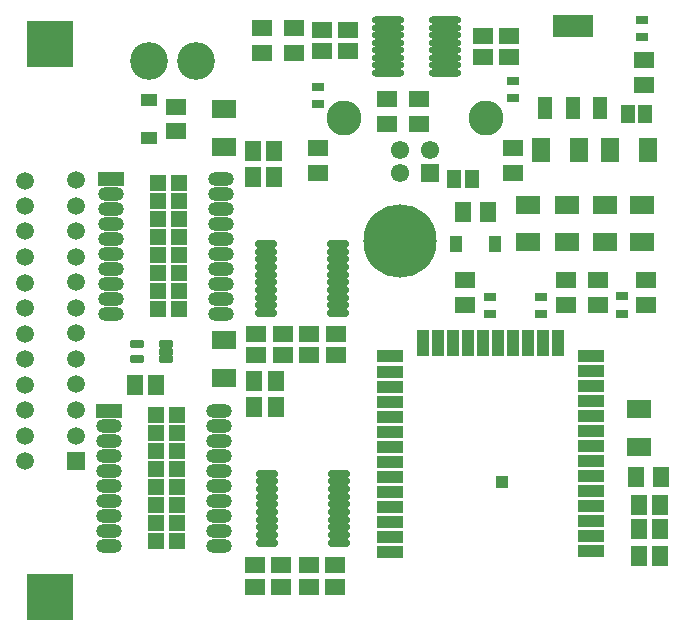
<source format=gts>
G04*
G04 #@! TF.GenerationSoftware,Altium Limited,Altium Designer,18.1.7 (191)*
G04*
G04 Layer_Color=8388736*
%FSLAX25Y25*%
%MOIN*%
G70*
G01*
G75*
%ADD37R,0.06509X0.05328*%
G04:AMPARAMS|DCode=38|XSize=25.72mil|YSize=70.99mil|CornerRadius=5.95mil|HoleSize=0mil|Usage=FLASHONLY|Rotation=270.000|XOffset=0mil|YOffset=0mil|HoleType=Round|Shape=RoundedRectangle|*
%AMROUNDEDRECTD38*
21,1,0.02572,0.05909,0,0,270.0*
21,1,0.01382,0.07099,0,0,270.0*
1,1,0.01190,-0.02955,-0.00691*
1,1,0.01190,-0.02955,0.00691*
1,1,0.01190,0.02955,0.00691*
1,1,0.01190,0.02955,-0.00691*
%
%ADD38ROUNDEDRECTD38*%
%ADD39R,0.03950X0.03162*%
G04:AMPARAMS|DCode=40|XSize=25.72mil|YSize=49.34mil|CornerRadius=5.95mil|HoleSize=0mil|Usage=FLASHONLY|Rotation=270.000|XOffset=0mil|YOffset=0mil|HoleType=Round|Shape=RoundedRectangle|*
%AMROUNDEDRECTD40*
21,1,0.02572,0.03744,0,0,270.0*
21,1,0.01382,0.04934,0,0,270.0*
1,1,0.01190,-0.01872,-0.00691*
1,1,0.01190,-0.01872,0.00691*
1,1,0.01190,0.01872,0.00691*
1,1,0.01190,0.01872,-0.00691*
%
%ADD40ROUNDEDRECTD40*%
%ADD41R,0.05328X0.06509*%
%ADD42R,0.08674X0.04737*%
%ADD43O,0.08674X0.04737*%
%ADD44R,0.05524X0.05524*%
%ADD45R,0.06706X0.05721*%
%ADD46R,0.08674X0.04343*%
%ADD47R,0.04343X0.08674*%
%ADD48R,0.03937X0.03937*%
%ADD49R,0.05603X0.04402*%
%ADD50R,0.08280X0.06115*%
%ADD51O,0.10839X0.02375*%
%ADD52R,0.06115X0.08280*%
%ADD53R,0.04698X0.06272*%
%ADD54R,0.04737X0.07493*%
%ADD55R,0.13595X0.07493*%
%ADD56R,0.04402X0.05603*%
%ADD57R,0.05721X0.06706*%
%ADD58C,0.12611*%
%ADD59R,0.15800X0.15800*%
%ADD60C,0.05918*%
%ADD61R,0.05918X0.05918*%
%ADD62R,0.06115X0.06115*%
%ADD63C,0.06115*%
%ADD64C,0.11627*%
%ADD65C,0.24422*%
D37*
X136762Y-189764D02*
D03*
Y-196850D02*
D03*
X127904Y-189764D02*
D03*
Y-196850D02*
D03*
X118780Y-189764D02*
D03*
Y-196850D02*
D03*
X110187Y-189764D02*
D03*
Y-196850D02*
D03*
X141142Y-11220D02*
D03*
Y-18307D02*
D03*
X132283Y-11220D02*
D03*
Y-18307D02*
D03*
X194882Y-20276D02*
D03*
Y-13189D02*
D03*
X186024Y-20276D02*
D03*
Y-13189D02*
D03*
X128150Y-112598D02*
D03*
Y-119685D02*
D03*
X137008Y-112598D02*
D03*
Y-119685D02*
D03*
X119291Y-112598D02*
D03*
Y-119685D02*
D03*
X110236Y-112598D02*
D03*
Y-119685D02*
D03*
D38*
X113976Y-159154D02*
D03*
Y-161713D02*
D03*
Y-164272D02*
D03*
Y-166831D02*
D03*
Y-169390D02*
D03*
Y-171949D02*
D03*
Y-174508D02*
D03*
Y-177067D02*
D03*
Y-179626D02*
D03*
Y-182185D02*
D03*
X137992Y-159154D02*
D03*
Y-161713D02*
D03*
Y-164272D02*
D03*
Y-166831D02*
D03*
Y-169390D02*
D03*
Y-171949D02*
D03*
Y-174508D02*
D03*
Y-177067D02*
D03*
Y-179626D02*
D03*
Y-182185D02*
D03*
X113583Y-82579D02*
D03*
Y-85138D02*
D03*
Y-87697D02*
D03*
Y-90256D02*
D03*
Y-92815D02*
D03*
Y-95374D02*
D03*
Y-97933D02*
D03*
Y-100492D02*
D03*
Y-103051D02*
D03*
Y-105610D02*
D03*
X137599Y-82579D02*
D03*
Y-85138D02*
D03*
Y-87697D02*
D03*
Y-90256D02*
D03*
Y-92815D02*
D03*
Y-95374D02*
D03*
Y-97933D02*
D03*
Y-100492D02*
D03*
Y-103051D02*
D03*
Y-105610D02*
D03*
D39*
X188543Y-100295D02*
D03*
Y-106004D02*
D03*
X131102Y-30217D02*
D03*
Y-35925D02*
D03*
X196024Y-28346D02*
D03*
Y-34055D02*
D03*
X239173Y-7972D02*
D03*
Y-13681D02*
D03*
X205512Y-100310D02*
D03*
Y-106018D02*
D03*
X232283Y-100110D02*
D03*
Y-105819D02*
D03*
D40*
X80413Y-121063D02*
D03*
Y-118504D02*
D03*
Y-115945D02*
D03*
X70768D02*
D03*
Y-121063D02*
D03*
D41*
X77165Y-129528D02*
D03*
X70079D02*
D03*
X109843Y-137008D02*
D03*
X116929D02*
D03*
X109843Y-128150D02*
D03*
X116929D02*
D03*
X237992Y-177657D02*
D03*
X245079D02*
D03*
X237992Y-169783D02*
D03*
X245079D02*
D03*
X237992Y-186516D02*
D03*
X245079D02*
D03*
X109449Y-51575D02*
D03*
X116535D02*
D03*
X109390Y-60236D02*
D03*
X116476D02*
D03*
D42*
X61417Y-138268D02*
D03*
X62205Y-60827D02*
D03*
D43*
X61417Y-143268D02*
D03*
Y-148268D02*
D03*
Y-153268D02*
D03*
Y-158268D02*
D03*
Y-163268D02*
D03*
Y-168268D02*
D03*
Y-173268D02*
D03*
Y-178268D02*
D03*
Y-183268D02*
D03*
X98032Y-138268D02*
D03*
Y-143268D02*
D03*
Y-148268D02*
D03*
Y-153268D02*
D03*
Y-158268D02*
D03*
Y-163268D02*
D03*
Y-168268D02*
D03*
Y-173268D02*
D03*
Y-178268D02*
D03*
Y-183268D02*
D03*
X98819Y-105827D02*
D03*
Y-100827D02*
D03*
Y-95827D02*
D03*
Y-90827D02*
D03*
Y-85827D02*
D03*
Y-80827D02*
D03*
Y-75827D02*
D03*
Y-70827D02*
D03*
Y-65827D02*
D03*
Y-60827D02*
D03*
X62205Y-105827D02*
D03*
Y-100827D02*
D03*
Y-95827D02*
D03*
Y-90827D02*
D03*
Y-85827D02*
D03*
Y-80827D02*
D03*
Y-75827D02*
D03*
Y-70827D02*
D03*
Y-65827D02*
D03*
D44*
X76917Y-139768D02*
D03*
Y-145768D02*
D03*
Y-151768D02*
D03*
Y-157768D02*
D03*
Y-163768D02*
D03*
Y-169768D02*
D03*
Y-175768D02*
D03*
X83917Y-181768D02*
D03*
Y-175768D02*
D03*
Y-169768D02*
D03*
Y-163768D02*
D03*
Y-157768D02*
D03*
Y-151768D02*
D03*
Y-145768D02*
D03*
Y-139768D02*
D03*
X76917Y-181768D02*
D03*
X77705Y-104327D02*
D03*
X84705Y-62327D02*
D03*
Y-68327D02*
D03*
Y-74327D02*
D03*
Y-80327D02*
D03*
Y-86327D02*
D03*
Y-92327D02*
D03*
Y-98327D02*
D03*
Y-104327D02*
D03*
X77705Y-98327D02*
D03*
Y-92327D02*
D03*
Y-86327D02*
D03*
Y-80327D02*
D03*
Y-74327D02*
D03*
Y-68327D02*
D03*
Y-62327D02*
D03*
D45*
X179921Y-102953D02*
D03*
Y-94685D02*
D03*
X83858Y-36811D02*
D03*
Y-45079D02*
D03*
X123032Y-18898D02*
D03*
Y-10630D02*
D03*
X112402Y-18898D02*
D03*
Y-10630D02*
D03*
X131102Y-58858D02*
D03*
Y-50590D02*
D03*
X196024Y-58858D02*
D03*
Y-50590D02*
D03*
X239567Y-29616D02*
D03*
Y-21348D02*
D03*
X164764Y-34252D02*
D03*
Y-42520D02*
D03*
X153937Y-34252D02*
D03*
Y-42520D02*
D03*
X213779Y-102953D02*
D03*
Y-94685D02*
D03*
X240551Y-102953D02*
D03*
Y-94685D02*
D03*
X224409Y-94685D02*
D03*
Y-102953D02*
D03*
D46*
X155098Y-185433D02*
D03*
Y-180433D02*
D03*
Y-175433D02*
D03*
Y-170433D02*
D03*
X155079Y-165433D02*
D03*
Y-160433D02*
D03*
X155098Y-155433D02*
D03*
Y-150433D02*
D03*
Y-145433D02*
D03*
X155079Y-140433D02*
D03*
Y-135433D02*
D03*
X155098Y-130433D02*
D03*
X155079Y-125433D02*
D03*
X222047Y-185039D02*
D03*
Y-180039D02*
D03*
Y-175039D02*
D03*
Y-170039D02*
D03*
Y-165039D02*
D03*
Y-160039D02*
D03*
Y-155039D02*
D03*
Y-150039D02*
D03*
Y-145039D02*
D03*
Y-140039D02*
D03*
Y-135039D02*
D03*
Y-130039D02*
D03*
Y-125039D02*
D03*
Y-120039D02*
D03*
X155079Y-120079D02*
D03*
D47*
X166024Y-115748D02*
D03*
X171024D02*
D03*
X176024D02*
D03*
X181024D02*
D03*
X186024D02*
D03*
X191024D02*
D03*
X196024D02*
D03*
X201024D02*
D03*
X206024D02*
D03*
X211083D02*
D03*
D48*
X192527Y-161934D02*
D03*
D49*
X74654Y-47451D02*
D03*
Y-34557D02*
D03*
D50*
X99606Y-127274D02*
D03*
Y-114676D02*
D03*
X239173Y-69488D02*
D03*
Y-82087D02*
D03*
X226772Y-69488D02*
D03*
Y-82087D02*
D03*
X213976Y-69488D02*
D03*
Y-82087D02*
D03*
X201181Y-69488D02*
D03*
Y-82087D02*
D03*
X99606Y-50394D02*
D03*
Y-37795D02*
D03*
X238189Y-150251D02*
D03*
Y-137653D02*
D03*
D51*
X173327Y-25482D02*
D03*
Y-22982D02*
D03*
Y-20482D02*
D03*
Y-17982D02*
D03*
Y-15482D02*
D03*
Y-12982D02*
D03*
Y-10482D02*
D03*
Y-7982D02*
D03*
X154232Y-25482D02*
D03*
Y-22982D02*
D03*
Y-20482D02*
D03*
Y-17982D02*
D03*
Y-15482D02*
D03*
Y-12982D02*
D03*
Y-10482D02*
D03*
Y-7982D02*
D03*
D52*
X217913Y-51181D02*
D03*
X205315D02*
D03*
X228543D02*
D03*
X241142D02*
D03*
D53*
X240177Y-39370D02*
D03*
X234232D02*
D03*
X176358Y-61028D02*
D03*
X182303D02*
D03*
D54*
X206890Y-37205D02*
D03*
X215945D02*
D03*
X225000D02*
D03*
D55*
X215945Y-10039D02*
D03*
D56*
X189911Y-82677D02*
D03*
X177018D02*
D03*
D57*
X187598Y-71850D02*
D03*
X179331D02*
D03*
X245276Y-160433D02*
D03*
X237008D02*
D03*
D58*
X74579Y-21654D02*
D03*
X90551D02*
D03*
D59*
X41854Y-200349D02*
D03*
Y-16097D02*
D03*
D60*
X33465Y-61475D02*
D03*
Y-69936D02*
D03*
Y-78439D02*
D03*
Y-86975D02*
D03*
Y-95475D02*
D03*
Y-103975D02*
D03*
Y-112475D02*
D03*
Y-120975D02*
D03*
Y-129475D02*
D03*
Y-137975D02*
D03*
Y-146475D02*
D03*
Y-154975D02*
D03*
X50354Y-61432D02*
D03*
Y-69936D02*
D03*
Y-78439D02*
D03*
Y-86944D02*
D03*
Y-95447D02*
D03*
Y-103951D02*
D03*
Y-112455D02*
D03*
Y-120959D02*
D03*
Y-129463D02*
D03*
Y-137967D02*
D03*
Y-146471D02*
D03*
D61*
Y-154975D02*
D03*
D62*
X168307Y-59055D02*
D03*
D63*
X158465D02*
D03*
Y-51181D02*
D03*
X168307D02*
D03*
D64*
X139685Y-40512D02*
D03*
X187087D02*
D03*
D65*
X158465Y-81693D02*
D03*
M02*

</source>
